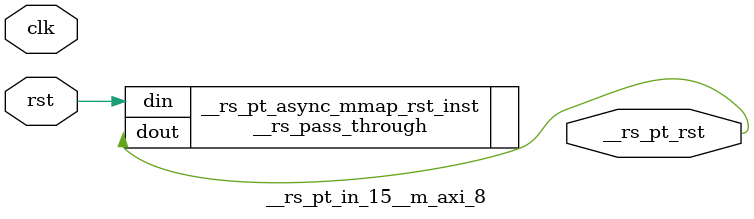
<source format=v>
`timescale 1 ns / 1 ps
/**   Generated by RapidStream   **/
module __rs_pt_in_15__m_axi_8 #(
    parameter BufferSize         = 32,
    parameter BufferSizeLog      = 5,
    parameter AddrWidth          = 64,
    parameter AxiSideAddrWidth   = 64,
    parameter DataWidth          = 512,
    parameter DataWidthBytesLog  = 6,
    parameter WaitTimeWidth      = 4,
    parameter BurstLenWidth      = 8,
    parameter EnableReadChannel  = 1,
    parameter EnableWriteChannel = 1,
    parameter MaxWaitTime        = 3,
    parameter MaxBurstLen        = 15
) (
    output wire __rs_pt_rst,
    input wire  clk,
    input wire  rst
);




__rs_pass_through #(
    .WIDTH (1)
) __rs_pt_async_mmap_rst_inst /**   Generated by RapidStream   **/ (
    .din  (rst),
    .dout (__rs_pt_rst)
);

endmodule  // __rs_pt_in_15__m_axi_8
</source>
